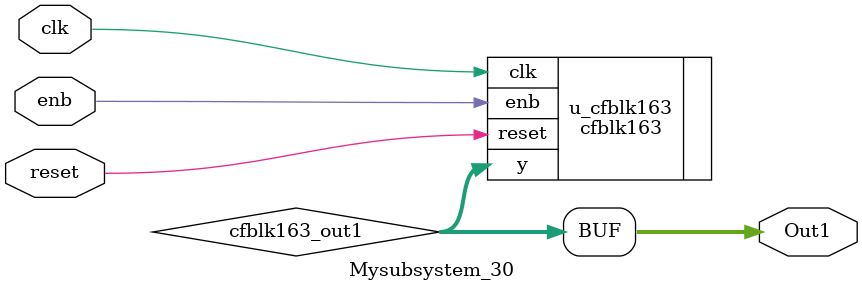
<source format=v>



`timescale 1 ns / 1 ns

module Mysubsystem_30
          (clk,
           reset,
           enb,
           Out1);


  input   clk;
  input   reset;
  input   enb;
  output  [7:0] Out1;  // uint8


  wire [7:0] cfblk163_out1;  // uint8


  cfblk163 u_cfblk163 (.clk(clk),
                       .reset(reset),
                       .enb(enb),
                       .y(cfblk163_out1)  // uint8
                       );

  assign Out1 = cfblk163_out1;

endmodule  // Mysubsystem_30


</source>
